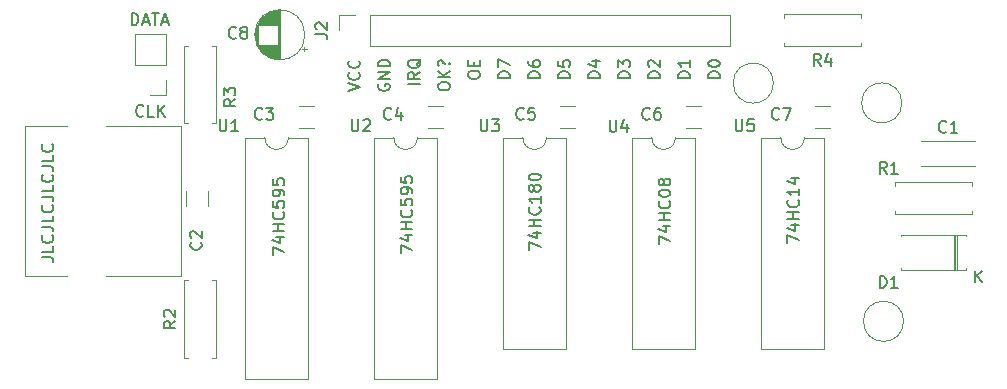
<source format=gto>
G04 #@! TF.GenerationSoftware,KiCad,Pcbnew,(5.1.10-1-10_14)*
G04 #@! TF.CreationDate,2021-08-04T23:21:23+02:00*
G04 #@! TF.ProjectId,keyboard,6b657962-6f61-4726-942e-6b696361645f,rev?*
G04 #@! TF.SameCoordinates,Original*
G04 #@! TF.FileFunction,Legend,Top*
G04 #@! TF.FilePolarity,Positive*
%FSLAX46Y46*%
G04 Gerber Fmt 4.6, Leading zero omitted, Abs format (unit mm)*
G04 Created by KiCad (PCBNEW (5.1.10-1-10_14)) date 2021-08-04 23:21:23*
%MOMM*%
%LPD*%
G01*
G04 APERTURE LIST*
%ADD10C,0.150000*%
%ADD11C,0.120000*%
%ADD12C,0.100000*%
%ADD13C,3.000000*%
%ADD14O,1.700000X1.700000*%
%ADD15R,1.700000X1.700000*%
%ADD16R,3.200400X2.169160*%
%ADD17R,1.998980X3.200400*%
%ADD18C,1.700000*%
%ADD19O,1.600000X1.600000*%
%ADD20R,1.600000X1.600000*%
%ADD21C,6.400000*%
%ADD22C,1.200000*%
%ADD23R,1.200000X1.200000*%
%ADD24C,1.600000*%
%ADD25O,2.200000X2.200000*%
%ADD26R,2.200000X2.200000*%
G04 APERTURE END LIST*
D10*
X77125580Y-81708047D02*
X77839866Y-81708047D01*
X77982723Y-81755666D01*
X78077961Y-81850904D01*
X78125580Y-81993761D01*
X78125580Y-82089000D01*
X78125580Y-80755666D02*
X78125580Y-81231857D01*
X77125580Y-81231857D01*
X78030342Y-79850904D02*
X78077961Y-79898523D01*
X78125580Y-80041380D01*
X78125580Y-80136619D01*
X78077961Y-80279476D01*
X77982723Y-80374714D01*
X77887485Y-80422333D01*
X77697009Y-80469952D01*
X77554152Y-80469952D01*
X77363676Y-80422333D01*
X77268438Y-80374714D01*
X77173200Y-80279476D01*
X77125580Y-80136619D01*
X77125580Y-80041380D01*
X77173200Y-79898523D01*
X77220819Y-79850904D01*
X77125580Y-79136619D02*
X77839866Y-79136619D01*
X77982723Y-79184238D01*
X78077961Y-79279476D01*
X78125580Y-79422333D01*
X78125580Y-79517571D01*
X78125580Y-78184238D02*
X78125580Y-78660428D01*
X77125580Y-78660428D01*
X78030342Y-77279476D02*
X78077961Y-77327095D01*
X78125580Y-77469952D01*
X78125580Y-77565190D01*
X78077961Y-77708047D01*
X77982723Y-77803285D01*
X77887485Y-77850904D01*
X77697009Y-77898523D01*
X77554152Y-77898523D01*
X77363676Y-77850904D01*
X77268438Y-77803285D01*
X77173200Y-77708047D01*
X77125580Y-77565190D01*
X77125580Y-77469952D01*
X77173200Y-77327095D01*
X77220819Y-77279476D01*
X77125580Y-76565190D02*
X77839866Y-76565190D01*
X77982723Y-76612809D01*
X78077961Y-76708047D01*
X78125580Y-76850904D01*
X78125580Y-76946142D01*
X78125580Y-75612809D02*
X78125580Y-76089000D01*
X77125580Y-76089000D01*
X78030342Y-74708047D02*
X78077961Y-74755666D01*
X78125580Y-74898523D01*
X78125580Y-74993761D01*
X78077961Y-75136619D01*
X77982723Y-75231857D01*
X77887485Y-75279476D01*
X77697009Y-75327095D01*
X77554152Y-75327095D01*
X77363676Y-75279476D01*
X77268438Y-75231857D01*
X77173200Y-75136619D01*
X77125580Y-74993761D01*
X77125580Y-74898523D01*
X77173200Y-74755666D01*
X77220819Y-74708047D01*
X77125580Y-73993761D02*
X77839866Y-73993761D01*
X77982723Y-74041380D01*
X78077961Y-74136619D01*
X78125580Y-74279476D01*
X78125580Y-74374714D01*
X78125580Y-73041380D02*
X78125580Y-73517571D01*
X77125580Y-73517571D01*
X78030342Y-72136619D02*
X78077961Y-72184238D01*
X78125580Y-72327095D01*
X78125580Y-72422333D01*
X78077961Y-72565190D01*
X77982723Y-72660428D01*
X77887485Y-72708047D01*
X77697009Y-72755666D01*
X77554152Y-72755666D01*
X77363676Y-72708047D01*
X77268438Y-72660428D01*
X77173200Y-72565190D01*
X77125580Y-72422333D01*
X77125580Y-72327095D01*
X77173200Y-72184238D01*
X77220819Y-72136619D01*
X85739361Y-69699142D02*
X85691742Y-69746761D01*
X85548885Y-69794380D01*
X85453647Y-69794380D01*
X85310790Y-69746761D01*
X85215552Y-69651523D01*
X85167933Y-69556285D01*
X85120314Y-69365809D01*
X85120314Y-69222952D01*
X85167933Y-69032476D01*
X85215552Y-68937238D01*
X85310790Y-68842000D01*
X85453647Y-68794380D01*
X85548885Y-68794380D01*
X85691742Y-68842000D01*
X85739361Y-68889619D01*
X86644123Y-69794380D02*
X86167933Y-69794380D01*
X86167933Y-68794380D01*
X86977457Y-69794380D02*
X86977457Y-68794380D01*
X87548885Y-69794380D02*
X87120314Y-69222952D01*
X87548885Y-68794380D02*
X86977457Y-69365809D01*
X84758400Y-62047380D02*
X84758400Y-61047380D01*
X84996495Y-61047380D01*
X85139352Y-61095000D01*
X85234590Y-61190238D01*
X85282209Y-61285476D01*
X85329828Y-61475952D01*
X85329828Y-61618809D01*
X85282209Y-61809285D01*
X85234590Y-61904523D01*
X85139352Y-61999761D01*
X84996495Y-62047380D01*
X84758400Y-62047380D01*
X85710780Y-61761666D02*
X86186971Y-61761666D01*
X85615542Y-62047380D02*
X85948876Y-61047380D01*
X86282209Y-62047380D01*
X86472685Y-61047380D02*
X87044114Y-61047380D01*
X86758400Y-62047380D02*
X86758400Y-61047380D01*
X87329828Y-61761666D02*
X87806019Y-61761666D01*
X87234590Y-62047380D02*
X87567923Y-61047380D01*
X87901257Y-62047380D01*
X134564380Y-66524095D02*
X133564380Y-66524095D01*
X133564380Y-66286000D01*
X133612000Y-66143142D01*
X133707238Y-66047904D01*
X133802476Y-66000285D01*
X133992952Y-65952666D01*
X134135809Y-65952666D01*
X134326285Y-66000285D01*
X134421523Y-66047904D01*
X134516761Y-66143142D01*
X134564380Y-66286000D01*
X134564380Y-66524095D01*
X133564380Y-65333619D02*
X133564380Y-65238380D01*
X133612000Y-65143142D01*
X133659619Y-65095523D01*
X133754857Y-65047904D01*
X133945333Y-65000285D01*
X134183428Y-65000285D01*
X134373904Y-65047904D01*
X134469142Y-65095523D01*
X134516761Y-65143142D01*
X134564380Y-65238380D01*
X134564380Y-65333619D01*
X134516761Y-65428857D01*
X134469142Y-65476476D01*
X134373904Y-65524095D01*
X134183428Y-65571714D01*
X133945333Y-65571714D01*
X133754857Y-65524095D01*
X133659619Y-65476476D01*
X133612000Y-65428857D01*
X133564380Y-65333619D01*
X132024380Y-66524095D02*
X131024380Y-66524095D01*
X131024380Y-66286000D01*
X131072000Y-66143142D01*
X131167238Y-66047904D01*
X131262476Y-66000285D01*
X131452952Y-65952666D01*
X131595809Y-65952666D01*
X131786285Y-66000285D01*
X131881523Y-66047904D01*
X131976761Y-66143142D01*
X132024380Y-66286000D01*
X132024380Y-66524095D01*
X132024380Y-65000285D02*
X132024380Y-65571714D01*
X132024380Y-65286000D02*
X131024380Y-65286000D01*
X131167238Y-65381238D01*
X131262476Y-65476476D01*
X131310095Y-65571714D01*
X129484380Y-66524095D02*
X128484380Y-66524095D01*
X128484380Y-66286000D01*
X128532000Y-66143142D01*
X128627238Y-66047904D01*
X128722476Y-66000285D01*
X128912952Y-65952666D01*
X129055809Y-65952666D01*
X129246285Y-66000285D01*
X129341523Y-66047904D01*
X129436761Y-66143142D01*
X129484380Y-66286000D01*
X129484380Y-66524095D01*
X128579619Y-65571714D02*
X128532000Y-65524095D01*
X128484380Y-65428857D01*
X128484380Y-65190761D01*
X128532000Y-65095523D01*
X128579619Y-65047904D01*
X128674857Y-65000285D01*
X128770095Y-65000285D01*
X128912952Y-65047904D01*
X129484380Y-65619333D01*
X129484380Y-65000285D01*
X126944380Y-66524095D02*
X125944380Y-66524095D01*
X125944380Y-66286000D01*
X125992000Y-66143142D01*
X126087238Y-66047904D01*
X126182476Y-66000285D01*
X126372952Y-65952666D01*
X126515809Y-65952666D01*
X126706285Y-66000285D01*
X126801523Y-66047904D01*
X126896761Y-66143142D01*
X126944380Y-66286000D01*
X126944380Y-66524095D01*
X125944380Y-65619333D02*
X125944380Y-65000285D01*
X126325333Y-65333619D01*
X126325333Y-65190761D01*
X126372952Y-65095523D01*
X126420571Y-65047904D01*
X126515809Y-65000285D01*
X126753904Y-65000285D01*
X126849142Y-65047904D01*
X126896761Y-65095523D01*
X126944380Y-65190761D01*
X126944380Y-65476476D01*
X126896761Y-65571714D01*
X126849142Y-65619333D01*
X124404380Y-66524095D02*
X123404380Y-66524095D01*
X123404380Y-66286000D01*
X123452000Y-66143142D01*
X123547238Y-66047904D01*
X123642476Y-66000285D01*
X123832952Y-65952666D01*
X123975809Y-65952666D01*
X124166285Y-66000285D01*
X124261523Y-66047904D01*
X124356761Y-66143142D01*
X124404380Y-66286000D01*
X124404380Y-66524095D01*
X123737714Y-65095523D02*
X124404380Y-65095523D01*
X123356761Y-65333619D02*
X124071047Y-65571714D01*
X124071047Y-64952666D01*
X121864380Y-66524095D02*
X120864380Y-66524095D01*
X120864380Y-66286000D01*
X120912000Y-66143142D01*
X121007238Y-66047904D01*
X121102476Y-66000285D01*
X121292952Y-65952666D01*
X121435809Y-65952666D01*
X121626285Y-66000285D01*
X121721523Y-66047904D01*
X121816761Y-66143142D01*
X121864380Y-66286000D01*
X121864380Y-66524095D01*
X120864380Y-65047904D02*
X120864380Y-65524095D01*
X121340571Y-65571714D01*
X121292952Y-65524095D01*
X121245333Y-65428857D01*
X121245333Y-65190761D01*
X121292952Y-65095523D01*
X121340571Y-65047904D01*
X121435809Y-65000285D01*
X121673904Y-65000285D01*
X121769142Y-65047904D01*
X121816761Y-65095523D01*
X121864380Y-65190761D01*
X121864380Y-65428857D01*
X121816761Y-65524095D01*
X121769142Y-65571714D01*
X119324380Y-66524095D02*
X118324380Y-66524095D01*
X118324380Y-66286000D01*
X118372000Y-66143142D01*
X118467238Y-66047904D01*
X118562476Y-66000285D01*
X118752952Y-65952666D01*
X118895809Y-65952666D01*
X119086285Y-66000285D01*
X119181523Y-66047904D01*
X119276761Y-66143142D01*
X119324380Y-66286000D01*
X119324380Y-66524095D01*
X118324380Y-65095523D02*
X118324380Y-65286000D01*
X118372000Y-65381238D01*
X118419619Y-65428857D01*
X118562476Y-65524095D01*
X118752952Y-65571714D01*
X119133904Y-65571714D01*
X119229142Y-65524095D01*
X119276761Y-65476476D01*
X119324380Y-65381238D01*
X119324380Y-65190761D01*
X119276761Y-65095523D01*
X119229142Y-65047904D01*
X119133904Y-65000285D01*
X118895809Y-65000285D01*
X118800571Y-65047904D01*
X118752952Y-65095523D01*
X118705333Y-65190761D01*
X118705333Y-65381238D01*
X118752952Y-65476476D01*
X118800571Y-65524095D01*
X118895809Y-65571714D01*
X116784380Y-66524095D02*
X115784380Y-66524095D01*
X115784380Y-66286000D01*
X115832000Y-66143142D01*
X115927238Y-66047904D01*
X116022476Y-66000285D01*
X116212952Y-65952666D01*
X116355809Y-65952666D01*
X116546285Y-66000285D01*
X116641523Y-66047904D01*
X116736761Y-66143142D01*
X116784380Y-66286000D01*
X116784380Y-66524095D01*
X115784380Y-65619333D02*
X115784380Y-64952666D01*
X116784380Y-65381238D01*
X113244380Y-66333619D02*
X113244380Y-66143142D01*
X113292000Y-66047904D01*
X113387238Y-65952666D01*
X113577714Y-65905047D01*
X113911047Y-65905047D01*
X114101523Y-65952666D01*
X114196761Y-66047904D01*
X114244380Y-66143142D01*
X114244380Y-66333619D01*
X114196761Y-66428857D01*
X114101523Y-66524095D01*
X113911047Y-66571714D01*
X113577714Y-66571714D01*
X113387238Y-66524095D01*
X113292000Y-66428857D01*
X113244380Y-66333619D01*
X113720571Y-65476476D02*
X113720571Y-65143142D01*
X114244380Y-65000285D02*
X114244380Y-65476476D01*
X113244380Y-65476476D01*
X113244380Y-65000285D01*
X110704380Y-67317809D02*
X110704380Y-67127333D01*
X110752000Y-67032095D01*
X110847238Y-66936857D01*
X111037714Y-66889238D01*
X111371047Y-66889238D01*
X111561523Y-66936857D01*
X111656761Y-67032095D01*
X111704380Y-67127333D01*
X111704380Y-67317809D01*
X111656761Y-67413047D01*
X111561523Y-67508285D01*
X111371047Y-67555904D01*
X111037714Y-67555904D01*
X110847238Y-67508285D01*
X110752000Y-67413047D01*
X110704380Y-67317809D01*
X111704380Y-66460666D02*
X110704380Y-66460666D01*
X111704380Y-65889238D02*
X111132952Y-66317809D01*
X110704380Y-65889238D02*
X111275809Y-66460666D01*
X111609142Y-65317809D02*
X111656761Y-65270190D01*
X111704380Y-65317809D01*
X111656761Y-65365428D01*
X111609142Y-65317809D01*
X111704380Y-65317809D01*
X110752000Y-65508285D02*
X110704380Y-65413047D01*
X110704380Y-65174952D01*
X110752000Y-65079714D01*
X110847238Y-65032095D01*
X110942476Y-65032095D01*
X111037714Y-65079714D01*
X111085333Y-65127333D01*
X111132952Y-65222571D01*
X111180571Y-65270190D01*
X111275809Y-65317809D01*
X111323428Y-65317809D01*
X109164380Y-67063809D02*
X108164380Y-67063809D01*
X109164380Y-66016190D02*
X108688190Y-66349523D01*
X109164380Y-66587619D02*
X108164380Y-66587619D01*
X108164380Y-66206666D01*
X108212000Y-66111428D01*
X108259619Y-66063809D01*
X108354857Y-66016190D01*
X108497714Y-66016190D01*
X108592952Y-66063809D01*
X108640571Y-66111428D01*
X108688190Y-66206666D01*
X108688190Y-66587619D01*
X109259619Y-64920952D02*
X109212000Y-65016190D01*
X109116761Y-65111428D01*
X108973904Y-65254285D01*
X108926285Y-65349523D01*
X108926285Y-65444761D01*
X109164380Y-65397142D02*
X109116761Y-65492380D01*
X109021523Y-65587619D01*
X108831047Y-65635238D01*
X108497714Y-65635238D01*
X108307238Y-65587619D01*
X108212000Y-65492380D01*
X108164380Y-65397142D01*
X108164380Y-65206666D01*
X108212000Y-65111428D01*
X108307238Y-65016190D01*
X108497714Y-64968571D01*
X108831047Y-64968571D01*
X109021523Y-65016190D01*
X109116761Y-65111428D01*
X109164380Y-65206666D01*
X109164380Y-65397142D01*
X105672000Y-67055904D02*
X105624380Y-67151142D01*
X105624380Y-67294000D01*
X105672000Y-67436857D01*
X105767238Y-67532095D01*
X105862476Y-67579714D01*
X106052952Y-67627333D01*
X106195809Y-67627333D01*
X106386285Y-67579714D01*
X106481523Y-67532095D01*
X106576761Y-67436857D01*
X106624380Y-67294000D01*
X106624380Y-67198761D01*
X106576761Y-67055904D01*
X106529142Y-67008285D01*
X106195809Y-67008285D01*
X106195809Y-67198761D01*
X106624380Y-66579714D02*
X105624380Y-66579714D01*
X106624380Y-66008285D01*
X105624380Y-66008285D01*
X106624380Y-65532095D02*
X105624380Y-65532095D01*
X105624380Y-65294000D01*
X105672000Y-65151142D01*
X105767238Y-65055904D01*
X105862476Y-65008285D01*
X106052952Y-64960666D01*
X106195809Y-64960666D01*
X106386285Y-65008285D01*
X106481523Y-65055904D01*
X106576761Y-65151142D01*
X106624380Y-65294000D01*
X106624380Y-65532095D01*
X103084380Y-67627333D02*
X104084380Y-67294000D01*
X103084380Y-66960666D01*
X103989142Y-66055904D02*
X104036761Y-66103523D01*
X104084380Y-66246380D01*
X104084380Y-66341619D01*
X104036761Y-66484476D01*
X103941523Y-66579714D01*
X103846285Y-66627333D01*
X103655809Y-66674952D01*
X103512952Y-66674952D01*
X103322476Y-66627333D01*
X103227238Y-66579714D01*
X103132000Y-66484476D01*
X103084380Y-66341619D01*
X103084380Y-66246380D01*
X103132000Y-66103523D01*
X103179619Y-66055904D01*
X103989142Y-65055904D02*
X104036761Y-65103523D01*
X104084380Y-65246380D01*
X104084380Y-65341619D01*
X104036761Y-65484476D01*
X103941523Y-65579714D01*
X103846285Y-65627333D01*
X103655809Y-65674952D01*
X103512952Y-65674952D01*
X103322476Y-65627333D01*
X103227238Y-65579714D01*
X103132000Y-65484476D01*
X103084380Y-65341619D01*
X103084380Y-65246380D01*
X103132000Y-65103523D01*
X103179619Y-65055904D01*
X140269980Y-80458914D02*
X140269980Y-79792247D01*
X141269980Y-80220819D01*
X140603314Y-78982723D02*
X141269980Y-78982723D01*
X140222361Y-79220819D02*
X140936647Y-79458914D01*
X140936647Y-78839866D01*
X141269980Y-78458914D02*
X140269980Y-78458914D01*
X140746171Y-78458914D02*
X140746171Y-77887485D01*
X141269980Y-77887485D02*
X140269980Y-77887485D01*
X141174742Y-76839866D02*
X141222361Y-76887485D01*
X141269980Y-77030342D01*
X141269980Y-77125580D01*
X141222361Y-77268438D01*
X141127123Y-77363676D01*
X141031885Y-77411295D01*
X140841409Y-77458914D01*
X140698552Y-77458914D01*
X140508076Y-77411295D01*
X140412838Y-77363676D01*
X140317600Y-77268438D01*
X140269980Y-77125580D01*
X140269980Y-77030342D01*
X140317600Y-76887485D01*
X140365219Y-76839866D01*
X141269980Y-75887485D02*
X141269980Y-76458914D01*
X141269980Y-76173200D02*
X140269980Y-76173200D01*
X140412838Y-76268438D01*
X140508076Y-76363676D01*
X140555695Y-76458914D01*
X140603314Y-75030342D02*
X141269980Y-75030342D01*
X140222361Y-75268438D02*
X140936647Y-75506533D01*
X140936647Y-74887485D01*
X129373380Y-80560514D02*
X129373380Y-79893847D01*
X130373380Y-80322419D01*
X129706714Y-79084323D02*
X130373380Y-79084323D01*
X129325761Y-79322419D02*
X130040047Y-79560514D01*
X130040047Y-78941466D01*
X130373380Y-78560514D02*
X129373380Y-78560514D01*
X129849571Y-78560514D02*
X129849571Y-77989085D01*
X130373380Y-77989085D02*
X129373380Y-77989085D01*
X130278142Y-76941466D02*
X130325761Y-76989085D01*
X130373380Y-77131942D01*
X130373380Y-77227180D01*
X130325761Y-77370038D01*
X130230523Y-77465276D01*
X130135285Y-77512895D01*
X129944809Y-77560514D01*
X129801952Y-77560514D01*
X129611476Y-77512895D01*
X129516238Y-77465276D01*
X129421000Y-77370038D01*
X129373380Y-77227180D01*
X129373380Y-77131942D01*
X129421000Y-76989085D01*
X129468619Y-76941466D01*
X129373380Y-76322419D02*
X129373380Y-76227180D01*
X129421000Y-76131942D01*
X129468619Y-76084323D01*
X129563857Y-76036704D01*
X129754333Y-75989085D01*
X129992428Y-75989085D01*
X130182904Y-76036704D01*
X130278142Y-76084323D01*
X130325761Y-76131942D01*
X130373380Y-76227180D01*
X130373380Y-76322419D01*
X130325761Y-76417657D01*
X130278142Y-76465276D01*
X130182904Y-76512895D01*
X129992428Y-76560514D01*
X129754333Y-76560514D01*
X129563857Y-76512895D01*
X129468619Y-76465276D01*
X129421000Y-76417657D01*
X129373380Y-76322419D01*
X129801952Y-75417657D02*
X129754333Y-75512895D01*
X129706714Y-75560514D01*
X129611476Y-75608133D01*
X129563857Y-75608133D01*
X129468619Y-75560514D01*
X129421000Y-75512895D01*
X129373380Y-75417657D01*
X129373380Y-75227180D01*
X129421000Y-75131942D01*
X129468619Y-75084323D01*
X129563857Y-75036704D01*
X129611476Y-75036704D01*
X129706714Y-75084323D01*
X129754333Y-75131942D01*
X129801952Y-75227180D01*
X129801952Y-75417657D01*
X129849571Y-75512895D01*
X129897190Y-75560514D01*
X129992428Y-75608133D01*
X130182904Y-75608133D01*
X130278142Y-75560514D01*
X130325761Y-75512895D01*
X130373380Y-75417657D01*
X130373380Y-75227180D01*
X130325761Y-75131942D01*
X130278142Y-75084323D01*
X130182904Y-75036704D01*
X129992428Y-75036704D01*
X129897190Y-75084323D01*
X129849571Y-75131942D01*
X129801952Y-75227180D01*
X118375180Y-81087504D02*
X118375180Y-80420838D01*
X119375180Y-80849409D01*
X118708514Y-79611314D02*
X119375180Y-79611314D01*
X118327561Y-79849409D02*
X119041847Y-80087504D01*
X119041847Y-79468457D01*
X119375180Y-79087504D02*
X118375180Y-79087504D01*
X118851371Y-79087504D02*
X118851371Y-78516076D01*
X119375180Y-78516076D02*
X118375180Y-78516076D01*
X119279942Y-77468457D02*
X119327561Y-77516076D01*
X119375180Y-77658933D01*
X119375180Y-77754171D01*
X119327561Y-77897028D01*
X119232323Y-77992266D01*
X119137085Y-78039885D01*
X118946609Y-78087504D01*
X118803752Y-78087504D01*
X118613276Y-78039885D01*
X118518038Y-77992266D01*
X118422800Y-77897028D01*
X118375180Y-77754171D01*
X118375180Y-77658933D01*
X118422800Y-77516076D01*
X118470419Y-77468457D01*
X119375180Y-76516076D02*
X119375180Y-77087504D01*
X119375180Y-76801790D02*
X118375180Y-76801790D01*
X118518038Y-76897028D01*
X118613276Y-76992266D01*
X118660895Y-77087504D01*
X118803752Y-75944647D02*
X118756133Y-76039885D01*
X118708514Y-76087504D01*
X118613276Y-76135123D01*
X118565657Y-76135123D01*
X118470419Y-76087504D01*
X118422800Y-76039885D01*
X118375180Y-75944647D01*
X118375180Y-75754171D01*
X118422800Y-75658933D01*
X118470419Y-75611314D01*
X118565657Y-75563695D01*
X118613276Y-75563695D01*
X118708514Y-75611314D01*
X118756133Y-75658933D01*
X118803752Y-75754171D01*
X118803752Y-75944647D01*
X118851371Y-76039885D01*
X118898990Y-76087504D01*
X118994228Y-76135123D01*
X119184704Y-76135123D01*
X119279942Y-76087504D01*
X119327561Y-76039885D01*
X119375180Y-75944647D01*
X119375180Y-75754171D01*
X119327561Y-75658933D01*
X119279942Y-75611314D01*
X119184704Y-75563695D01*
X118994228Y-75563695D01*
X118898990Y-75611314D01*
X118851371Y-75658933D01*
X118803752Y-75754171D01*
X118375180Y-74944647D02*
X118375180Y-74849409D01*
X118422800Y-74754171D01*
X118470419Y-74706552D01*
X118565657Y-74658933D01*
X118756133Y-74611314D01*
X118994228Y-74611314D01*
X119184704Y-74658933D01*
X119279942Y-74706552D01*
X119327561Y-74754171D01*
X119375180Y-74849409D01*
X119375180Y-74944647D01*
X119327561Y-75039885D01*
X119279942Y-75087504D01*
X119184704Y-75135123D01*
X118994228Y-75182742D01*
X118756133Y-75182742D01*
X118565657Y-75135123D01*
X118470419Y-75087504D01*
X118422800Y-75039885D01*
X118375180Y-74944647D01*
X107529380Y-81316104D02*
X107529380Y-80649438D01*
X108529380Y-81078009D01*
X107862714Y-79839914D02*
X108529380Y-79839914D01*
X107481761Y-80078009D02*
X108196047Y-80316104D01*
X108196047Y-79697057D01*
X108529380Y-79316104D02*
X107529380Y-79316104D01*
X108005571Y-79316104D02*
X108005571Y-78744676D01*
X108529380Y-78744676D02*
X107529380Y-78744676D01*
X108434142Y-77697057D02*
X108481761Y-77744676D01*
X108529380Y-77887533D01*
X108529380Y-77982771D01*
X108481761Y-78125628D01*
X108386523Y-78220866D01*
X108291285Y-78268485D01*
X108100809Y-78316104D01*
X107957952Y-78316104D01*
X107767476Y-78268485D01*
X107672238Y-78220866D01*
X107577000Y-78125628D01*
X107529380Y-77982771D01*
X107529380Y-77887533D01*
X107577000Y-77744676D01*
X107624619Y-77697057D01*
X107529380Y-76792295D02*
X107529380Y-77268485D01*
X108005571Y-77316104D01*
X107957952Y-77268485D01*
X107910333Y-77173247D01*
X107910333Y-76935152D01*
X107957952Y-76839914D01*
X108005571Y-76792295D01*
X108100809Y-76744676D01*
X108338904Y-76744676D01*
X108434142Y-76792295D01*
X108481761Y-76839914D01*
X108529380Y-76935152D01*
X108529380Y-77173247D01*
X108481761Y-77268485D01*
X108434142Y-77316104D01*
X108529380Y-76268485D02*
X108529380Y-76078009D01*
X108481761Y-75982771D01*
X108434142Y-75935152D01*
X108291285Y-75839914D01*
X108100809Y-75792295D01*
X107719857Y-75792295D01*
X107624619Y-75839914D01*
X107577000Y-75887533D01*
X107529380Y-75982771D01*
X107529380Y-76173247D01*
X107577000Y-76268485D01*
X107624619Y-76316104D01*
X107719857Y-76363723D01*
X107957952Y-76363723D01*
X108053190Y-76316104D01*
X108100809Y-76268485D01*
X108148428Y-76173247D01*
X108148428Y-75982771D01*
X108100809Y-75887533D01*
X108053190Y-75839914D01*
X107957952Y-75792295D01*
X107529380Y-74887533D02*
X107529380Y-75363723D01*
X108005571Y-75411342D01*
X107957952Y-75363723D01*
X107910333Y-75268485D01*
X107910333Y-75030390D01*
X107957952Y-74935152D01*
X108005571Y-74887533D01*
X108100809Y-74839914D01*
X108338904Y-74839914D01*
X108434142Y-74887533D01*
X108481761Y-74935152D01*
X108529380Y-75030390D01*
X108529380Y-75268485D01*
X108481761Y-75363723D01*
X108434142Y-75411342D01*
X96683580Y-81493904D02*
X96683580Y-80827238D01*
X97683580Y-81255809D01*
X97016914Y-80017714D02*
X97683580Y-80017714D01*
X96635961Y-80255809D02*
X97350247Y-80493904D01*
X97350247Y-79874857D01*
X97683580Y-79493904D02*
X96683580Y-79493904D01*
X97159771Y-79493904D02*
X97159771Y-78922476D01*
X97683580Y-78922476D02*
X96683580Y-78922476D01*
X97588342Y-77874857D02*
X97635961Y-77922476D01*
X97683580Y-78065333D01*
X97683580Y-78160571D01*
X97635961Y-78303428D01*
X97540723Y-78398666D01*
X97445485Y-78446285D01*
X97255009Y-78493904D01*
X97112152Y-78493904D01*
X96921676Y-78446285D01*
X96826438Y-78398666D01*
X96731200Y-78303428D01*
X96683580Y-78160571D01*
X96683580Y-78065333D01*
X96731200Y-77922476D01*
X96778819Y-77874857D01*
X96683580Y-76970095D02*
X96683580Y-77446285D01*
X97159771Y-77493904D01*
X97112152Y-77446285D01*
X97064533Y-77351047D01*
X97064533Y-77112952D01*
X97112152Y-77017714D01*
X97159771Y-76970095D01*
X97255009Y-76922476D01*
X97493104Y-76922476D01*
X97588342Y-76970095D01*
X97635961Y-77017714D01*
X97683580Y-77112952D01*
X97683580Y-77351047D01*
X97635961Y-77446285D01*
X97588342Y-77493904D01*
X97683580Y-76446285D02*
X97683580Y-76255809D01*
X97635961Y-76160571D01*
X97588342Y-76112952D01*
X97445485Y-76017714D01*
X97255009Y-75970095D01*
X96874057Y-75970095D01*
X96778819Y-76017714D01*
X96731200Y-76065333D01*
X96683580Y-76160571D01*
X96683580Y-76351047D01*
X96731200Y-76446285D01*
X96778819Y-76493904D01*
X96874057Y-76541523D01*
X97112152Y-76541523D01*
X97207390Y-76493904D01*
X97255009Y-76446285D01*
X97302628Y-76351047D01*
X97302628Y-76160571D01*
X97255009Y-76065333D01*
X97207390Y-76017714D01*
X97112152Y-75970095D01*
X96683580Y-75065333D02*
X96683580Y-75541523D01*
X97159771Y-75589142D01*
X97112152Y-75541523D01*
X97064533Y-75446285D01*
X97064533Y-75208190D01*
X97112152Y-75112952D01*
X97159771Y-75065333D01*
X97255009Y-75017714D01*
X97493104Y-75017714D01*
X97588342Y-75065333D01*
X97635961Y-75112952D01*
X97683580Y-75208190D01*
X97683580Y-75446285D01*
X97635961Y-75541523D01*
X97588342Y-75589142D01*
D11*
X139088600Y-66954400D02*
G75*
G03*
X139088600Y-66954400I-1700000J0D01*
G01*
X150112200Y-87122000D02*
G75*
G03*
X150112200Y-87122000I-1700000J0D01*
G01*
X149959800Y-68630800D02*
G75*
G03*
X149959800Y-68630800I-1700000J0D01*
G01*
X87664600Y-62779600D02*
X85004600Y-62779600D01*
X87664600Y-65379600D02*
X87664600Y-62779600D01*
X85004600Y-65379600D02*
X85004600Y-62779600D01*
X87664600Y-65379600D02*
X85004600Y-65379600D01*
X87664600Y-66649600D02*
X87664600Y-67979600D01*
X87664600Y-67979600D02*
X86334600Y-67979600D01*
D12*
X81000600Y-70612000D02*
X88950600Y-70612000D01*
X88950600Y-70612000D02*
X88950600Y-83312000D01*
X88950600Y-83312000D02*
X75690600Y-83312000D01*
X75690600Y-83312000D02*
X75690600Y-70612000D01*
X75690600Y-70612000D02*
X81000600Y-70612000D01*
D11*
X99678000Y-71568000D02*
X98028000Y-71568000D01*
X99678000Y-92008000D02*
X99678000Y-71568000D01*
X94378000Y-92008000D02*
X99678000Y-92008000D01*
X94378000Y-71568000D02*
X94378000Y-92008000D01*
X96028000Y-71568000D02*
X94378000Y-71568000D01*
X98028000Y-71568000D02*
G75*
G02*
X96028000Y-71568000I-1000000J0D01*
G01*
X99418000Y-62865000D02*
G75*
G03*
X99418000Y-62865000I-2120000J0D01*
G01*
X97298000Y-64945000D02*
X97298000Y-60785000D01*
X97258000Y-64945000D02*
X97258000Y-60785000D01*
X97218000Y-64944000D02*
X97218000Y-60786000D01*
X97178000Y-64942000D02*
X97178000Y-60788000D01*
X97138000Y-64939000D02*
X97138000Y-60791000D01*
X97098000Y-64936000D02*
X97098000Y-63705000D01*
X97098000Y-62025000D02*
X97098000Y-60794000D01*
X97058000Y-64932000D02*
X97058000Y-63705000D01*
X97058000Y-62025000D02*
X97058000Y-60798000D01*
X97018000Y-64927000D02*
X97018000Y-63705000D01*
X97018000Y-62025000D02*
X97018000Y-60803000D01*
X96978000Y-64921000D02*
X96978000Y-63705000D01*
X96978000Y-62025000D02*
X96978000Y-60809000D01*
X96938000Y-64915000D02*
X96938000Y-63705000D01*
X96938000Y-62025000D02*
X96938000Y-60815000D01*
X96898000Y-64907000D02*
X96898000Y-63705000D01*
X96898000Y-62025000D02*
X96898000Y-60823000D01*
X96858000Y-64899000D02*
X96858000Y-63705000D01*
X96858000Y-62025000D02*
X96858000Y-60831000D01*
X96818000Y-64890000D02*
X96818000Y-63705000D01*
X96818000Y-62025000D02*
X96818000Y-60840000D01*
X96778000Y-64881000D02*
X96778000Y-63705000D01*
X96778000Y-62025000D02*
X96778000Y-60849000D01*
X96738000Y-64870000D02*
X96738000Y-63705000D01*
X96738000Y-62025000D02*
X96738000Y-60860000D01*
X96698000Y-64859000D02*
X96698000Y-63705000D01*
X96698000Y-62025000D02*
X96698000Y-60871000D01*
X96658000Y-64847000D02*
X96658000Y-63705000D01*
X96658000Y-62025000D02*
X96658000Y-60883000D01*
X96618000Y-64833000D02*
X96618000Y-63705000D01*
X96618000Y-62025000D02*
X96618000Y-60897000D01*
X96577000Y-64819000D02*
X96577000Y-63705000D01*
X96577000Y-62025000D02*
X96577000Y-60911000D01*
X96537000Y-64805000D02*
X96537000Y-63705000D01*
X96537000Y-62025000D02*
X96537000Y-60925000D01*
X96497000Y-64789000D02*
X96497000Y-63705000D01*
X96497000Y-62025000D02*
X96497000Y-60941000D01*
X96457000Y-64772000D02*
X96457000Y-63705000D01*
X96457000Y-62025000D02*
X96457000Y-60958000D01*
X96417000Y-64754000D02*
X96417000Y-63705000D01*
X96417000Y-62025000D02*
X96417000Y-60976000D01*
X96377000Y-64735000D02*
X96377000Y-63705000D01*
X96377000Y-62025000D02*
X96377000Y-60995000D01*
X96337000Y-64716000D02*
X96337000Y-63705000D01*
X96337000Y-62025000D02*
X96337000Y-61014000D01*
X96297000Y-64695000D02*
X96297000Y-63705000D01*
X96297000Y-62025000D02*
X96297000Y-61035000D01*
X96257000Y-64673000D02*
X96257000Y-63705000D01*
X96257000Y-62025000D02*
X96257000Y-61057000D01*
X96217000Y-64650000D02*
X96217000Y-63705000D01*
X96217000Y-62025000D02*
X96217000Y-61080000D01*
X96177000Y-64625000D02*
X96177000Y-63705000D01*
X96177000Y-62025000D02*
X96177000Y-61105000D01*
X96137000Y-64600000D02*
X96137000Y-63705000D01*
X96137000Y-62025000D02*
X96137000Y-61130000D01*
X96097000Y-64573000D02*
X96097000Y-63705000D01*
X96097000Y-62025000D02*
X96097000Y-61157000D01*
X96057000Y-64545000D02*
X96057000Y-63705000D01*
X96057000Y-62025000D02*
X96057000Y-61185000D01*
X96017000Y-64515000D02*
X96017000Y-63705000D01*
X96017000Y-62025000D02*
X96017000Y-61215000D01*
X95977000Y-64484000D02*
X95977000Y-63705000D01*
X95977000Y-62025000D02*
X95977000Y-61246000D01*
X95937000Y-64452000D02*
X95937000Y-63705000D01*
X95937000Y-62025000D02*
X95937000Y-61278000D01*
X95897000Y-64417000D02*
X95897000Y-63705000D01*
X95897000Y-62025000D02*
X95897000Y-61313000D01*
X95857000Y-64381000D02*
X95857000Y-63705000D01*
X95857000Y-62025000D02*
X95857000Y-61349000D01*
X95817000Y-64343000D02*
X95817000Y-63705000D01*
X95817000Y-62025000D02*
X95817000Y-61387000D01*
X95777000Y-64303000D02*
X95777000Y-63705000D01*
X95777000Y-62025000D02*
X95777000Y-61427000D01*
X95737000Y-64261000D02*
X95737000Y-63705000D01*
X95737000Y-62025000D02*
X95737000Y-61469000D01*
X95697000Y-64216000D02*
X95697000Y-63705000D01*
X95697000Y-62025000D02*
X95697000Y-61514000D01*
X95657000Y-64169000D02*
X95657000Y-63705000D01*
X95657000Y-62025000D02*
X95657000Y-61561000D01*
X95617000Y-64119000D02*
X95617000Y-63705000D01*
X95617000Y-62025000D02*
X95617000Y-61611000D01*
X95577000Y-64065000D02*
X95577000Y-63705000D01*
X95577000Y-62025000D02*
X95577000Y-61665000D01*
X95537000Y-64007000D02*
X95537000Y-63705000D01*
X95537000Y-62025000D02*
X95537000Y-61723000D01*
X95497000Y-63945000D02*
X95497000Y-63705000D01*
X95497000Y-62025000D02*
X95497000Y-61785000D01*
X95457000Y-63878000D02*
X95457000Y-61852000D01*
X95417000Y-63805000D02*
X95417000Y-61925000D01*
X95377000Y-63724000D02*
X95377000Y-62006000D01*
X95337000Y-63633000D02*
X95337000Y-62097000D01*
X95297000Y-63529000D02*
X95297000Y-62201000D01*
X95257000Y-63402000D02*
X95257000Y-62328000D01*
X95217000Y-63235000D02*
X95217000Y-62495000D01*
X99567801Y-64060000D02*
X99167801Y-64060000D01*
X99367801Y-64260000D02*
X99367801Y-63860000D01*
X139716000Y-71568000D02*
X138066000Y-71568000D01*
X138066000Y-71568000D02*
X138066000Y-89468000D01*
X138066000Y-89468000D02*
X143366000Y-89468000D01*
X143366000Y-89468000D02*
X143366000Y-71568000D01*
X143366000Y-71568000D02*
X141716000Y-71568000D01*
X141716000Y-71568000D02*
G75*
G02*
X139716000Y-71568000I-1000000J0D01*
G01*
X151614000Y-71828000D02*
X156154000Y-71828000D01*
X151614000Y-73968000D02*
X156154000Y-73968000D01*
X151614000Y-71828000D02*
X151614000Y-71843000D01*
X151614000Y-73953000D02*
X151614000Y-73968000D01*
X156154000Y-71828000D02*
X156154000Y-71843000D01*
X156154000Y-73953000D02*
X156154000Y-73968000D01*
X139986000Y-61444000D02*
X139986000Y-61114000D01*
X139986000Y-61114000D02*
X146526000Y-61114000D01*
X146526000Y-61114000D02*
X146526000Y-61444000D01*
X139986000Y-63524000D02*
X139986000Y-63854000D01*
X139986000Y-63854000D02*
X146526000Y-63854000D01*
X146526000Y-63854000D02*
X146526000Y-63524000D01*
X91565600Y-63811400D02*
X91895600Y-63811400D01*
X91895600Y-63811400D02*
X91895600Y-70351400D01*
X91895600Y-70351400D02*
X91565600Y-70351400D01*
X89485600Y-63811400D02*
X89155600Y-63811400D01*
X89155600Y-63811400D02*
X89155600Y-70351400D01*
X89155600Y-70351400D02*
X89485600Y-70351400D01*
X91565600Y-83648800D02*
X91895600Y-83648800D01*
X91895600Y-83648800D02*
X91895600Y-90188800D01*
X91895600Y-90188800D02*
X91565600Y-90188800D01*
X89485600Y-83648800D02*
X89155600Y-83648800D01*
X89155600Y-83648800D02*
X89155600Y-90188800D01*
X89155600Y-90188800D02*
X89485600Y-90188800D01*
X149384000Y-75668000D02*
X149384000Y-75338000D01*
X149384000Y-75338000D02*
X155924000Y-75338000D01*
X155924000Y-75338000D02*
X155924000Y-75668000D01*
X149384000Y-77748000D02*
X149384000Y-78078000D01*
X149384000Y-78078000D02*
X155924000Y-78078000D01*
X155924000Y-78078000D02*
X155924000Y-77748000D01*
X155374000Y-82620000D02*
X155374000Y-82750000D01*
X155374000Y-82750000D02*
X149934000Y-82750000D01*
X149934000Y-82750000D02*
X149934000Y-82620000D01*
X155374000Y-79940000D02*
X155374000Y-79810000D01*
X155374000Y-79810000D02*
X149934000Y-79810000D01*
X149934000Y-79810000D02*
X149934000Y-79940000D01*
X154474000Y-82750000D02*
X154474000Y-79810000D01*
X154354000Y-82750000D02*
X154354000Y-79810000D01*
X154594000Y-82750000D02*
X154594000Y-79810000D01*
X142647000Y-68930000D02*
X143905000Y-68930000D01*
X142647000Y-70770000D02*
X143905000Y-70770000D01*
X131685000Y-68930000D02*
X132943000Y-68930000D01*
X131685000Y-70770000D02*
X132943000Y-70770000D01*
X121017000Y-68930000D02*
X122275000Y-68930000D01*
X121017000Y-70770000D02*
X122275000Y-70770000D01*
X109841000Y-68930000D02*
X111099000Y-68930000D01*
X109841000Y-70770000D02*
X111099000Y-70770000D01*
X98919000Y-68930000D02*
X100177000Y-68930000D01*
X98919000Y-70770000D02*
X100177000Y-70770000D01*
X89351600Y-77382400D02*
X89351600Y-76124400D01*
X91191600Y-77382400D02*
X91191600Y-76124400D01*
X132444000Y-71568000D02*
X130794000Y-71568000D01*
X132444000Y-89468000D02*
X132444000Y-71568000D01*
X127144000Y-89468000D02*
X132444000Y-89468000D01*
X127144000Y-71568000D02*
X127144000Y-89468000D01*
X128794000Y-71568000D02*
X127144000Y-71568000D01*
X130794000Y-71568000D02*
G75*
G02*
X128794000Y-71568000I-1000000J0D01*
G01*
X121522000Y-71568000D02*
X119872000Y-71568000D01*
X121522000Y-89468000D02*
X121522000Y-71568000D01*
X116222000Y-89468000D02*
X121522000Y-89468000D01*
X116222000Y-71568000D02*
X116222000Y-89468000D01*
X117872000Y-71568000D02*
X116222000Y-71568000D01*
X119872000Y-71568000D02*
G75*
G02*
X117872000Y-71568000I-1000000J0D01*
G01*
X110600000Y-71568000D02*
X108950000Y-71568000D01*
X110600000Y-92008000D02*
X110600000Y-71568000D01*
X105300000Y-92008000D02*
X110600000Y-92008000D01*
X105300000Y-71568000D02*
X105300000Y-92008000D01*
X106950000Y-71568000D02*
X105300000Y-71568000D01*
X108950000Y-71568000D02*
G75*
G02*
X106950000Y-71568000I-1000000J0D01*
G01*
X102302000Y-62484000D02*
X102302000Y-61154000D01*
X102302000Y-61154000D02*
X103632000Y-61154000D01*
X104902000Y-61154000D02*
X135442000Y-61154000D01*
X135442000Y-63814000D02*
X135442000Y-61154000D01*
X104902000Y-63814000D02*
X135442000Y-63814000D01*
X104902000Y-63814000D02*
X104902000Y-61154000D01*
D10*
X92202095Y-70020380D02*
X92202095Y-70829904D01*
X92249714Y-70925142D01*
X92297333Y-70972761D01*
X92392571Y-71020380D01*
X92583047Y-71020380D01*
X92678285Y-70972761D01*
X92725904Y-70925142D01*
X92773523Y-70829904D01*
X92773523Y-70020380D01*
X93773523Y-71020380D02*
X93202095Y-71020380D01*
X93487809Y-71020380D02*
X93487809Y-70020380D01*
X93392571Y-70163238D01*
X93297333Y-70258476D01*
X93202095Y-70306095D01*
X93584733Y-63095142D02*
X93537114Y-63142761D01*
X93394257Y-63190380D01*
X93299019Y-63190380D01*
X93156161Y-63142761D01*
X93060923Y-63047523D01*
X93013304Y-62952285D01*
X92965685Y-62761809D01*
X92965685Y-62618952D01*
X93013304Y-62428476D01*
X93060923Y-62333238D01*
X93156161Y-62238000D01*
X93299019Y-62190380D01*
X93394257Y-62190380D01*
X93537114Y-62238000D01*
X93584733Y-62285619D01*
X94156161Y-62618952D02*
X94060923Y-62571333D01*
X94013304Y-62523714D01*
X93965685Y-62428476D01*
X93965685Y-62380857D01*
X94013304Y-62285619D01*
X94060923Y-62238000D01*
X94156161Y-62190380D01*
X94346638Y-62190380D01*
X94441876Y-62238000D01*
X94489495Y-62285619D01*
X94537114Y-62380857D01*
X94537114Y-62428476D01*
X94489495Y-62523714D01*
X94441876Y-62571333D01*
X94346638Y-62618952D01*
X94156161Y-62618952D01*
X94060923Y-62666571D01*
X94013304Y-62714190D01*
X93965685Y-62809428D01*
X93965685Y-62999904D01*
X94013304Y-63095142D01*
X94060923Y-63142761D01*
X94156161Y-63190380D01*
X94346638Y-63190380D01*
X94441876Y-63142761D01*
X94489495Y-63095142D01*
X94537114Y-62999904D01*
X94537114Y-62809428D01*
X94489495Y-62714190D01*
X94441876Y-62666571D01*
X94346638Y-62618952D01*
X135890095Y-70020380D02*
X135890095Y-70829904D01*
X135937714Y-70925142D01*
X135985333Y-70972761D01*
X136080571Y-71020380D01*
X136271047Y-71020380D01*
X136366285Y-70972761D01*
X136413904Y-70925142D01*
X136461523Y-70829904D01*
X136461523Y-70020380D01*
X137413904Y-70020380D02*
X136937714Y-70020380D01*
X136890095Y-70496571D01*
X136937714Y-70448952D01*
X137032952Y-70401333D01*
X137271047Y-70401333D01*
X137366285Y-70448952D01*
X137413904Y-70496571D01*
X137461523Y-70591809D01*
X137461523Y-70829904D01*
X137413904Y-70925142D01*
X137366285Y-70972761D01*
X137271047Y-71020380D01*
X137032952Y-71020380D01*
X136937714Y-70972761D01*
X136890095Y-70925142D01*
X153717333Y-71055142D02*
X153669714Y-71102761D01*
X153526857Y-71150380D01*
X153431619Y-71150380D01*
X153288761Y-71102761D01*
X153193523Y-71007523D01*
X153145904Y-70912285D01*
X153098285Y-70721809D01*
X153098285Y-70578952D01*
X153145904Y-70388476D01*
X153193523Y-70293238D01*
X153288761Y-70198000D01*
X153431619Y-70150380D01*
X153526857Y-70150380D01*
X153669714Y-70198000D01*
X153717333Y-70245619D01*
X154669714Y-71150380D02*
X154098285Y-71150380D01*
X154384000Y-71150380D02*
X154384000Y-70150380D01*
X154288761Y-70293238D01*
X154193523Y-70388476D01*
X154098285Y-70436095D01*
X143089333Y-65476380D02*
X142756000Y-65000190D01*
X142517904Y-65476380D02*
X142517904Y-64476380D01*
X142898857Y-64476380D01*
X142994095Y-64524000D01*
X143041714Y-64571619D01*
X143089333Y-64666857D01*
X143089333Y-64809714D01*
X143041714Y-64904952D01*
X142994095Y-64952571D01*
X142898857Y-65000190D01*
X142517904Y-65000190D01*
X143946476Y-64809714D02*
X143946476Y-65476380D01*
X143708380Y-64428761D02*
X143470285Y-65143047D01*
X144089333Y-65143047D01*
X93543380Y-68314866D02*
X93067190Y-68648200D01*
X93543380Y-68886295D02*
X92543380Y-68886295D01*
X92543380Y-68505342D01*
X92591000Y-68410104D01*
X92638619Y-68362485D01*
X92733857Y-68314866D01*
X92876714Y-68314866D01*
X92971952Y-68362485D01*
X93019571Y-68410104D01*
X93067190Y-68505342D01*
X93067190Y-68886295D01*
X92543380Y-67981533D02*
X92543380Y-67362485D01*
X92924333Y-67695819D01*
X92924333Y-67552961D01*
X92971952Y-67457723D01*
X93019571Y-67410104D01*
X93114809Y-67362485D01*
X93352904Y-67362485D01*
X93448142Y-67410104D01*
X93495761Y-67457723D01*
X93543380Y-67552961D01*
X93543380Y-67838676D01*
X93495761Y-67933914D01*
X93448142Y-67981533D01*
X88463380Y-87110866D02*
X87987190Y-87444200D01*
X88463380Y-87682295D02*
X87463380Y-87682295D01*
X87463380Y-87301342D01*
X87511000Y-87206104D01*
X87558619Y-87158485D01*
X87653857Y-87110866D01*
X87796714Y-87110866D01*
X87891952Y-87158485D01*
X87939571Y-87206104D01*
X87987190Y-87301342D01*
X87987190Y-87682295D01*
X87558619Y-86729914D02*
X87511000Y-86682295D01*
X87463380Y-86587057D01*
X87463380Y-86348961D01*
X87511000Y-86253723D01*
X87558619Y-86206104D01*
X87653857Y-86158485D01*
X87749095Y-86158485D01*
X87891952Y-86206104D01*
X88463380Y-86777533D01*
X88463380Y-86158485D01*
X148677333Y-74620380D02*
X148344000Y-74144190D01*
X148105904Y-74620380D02*
X148105904Y-73620380D01*
X148486857Y-73620380D01*
X148582095Y-73668000D01*
X148629714Y-73715619D01*
X148677333Y-73810857D01*
X148677333Y-73953714D01*
X148629714Y-74048952D01*
X148582095Y-74096571D01*
X148486857Y-74144190D01*
X148105904Y-74144190D01*
X149629714Y-74620380D02*
X149058285Y-74620380D01*
X149344000Y-74620380D02*
X149344000Y-73620380D01*
X149248761Y-73763238D01*
X149153523Y-73858476D01*
X149058285Y-73906095D01*
X148105904Y-84272380D02*
X148105904Y-83272380D01*
X148344000Y-83272380D01*
X148486857Y-83320000D01*
X148582095Y-83415238D01*
X148629714Y-83510476D01*
X148677333Y-83700952D01*
X148677333Y-83843809D01*
X148629714Y-84034285D01*
X148582095Y-84129523D01*
X148486857Y-84224761D01*
X148344000Y-84272380D01*
X148105904Y-84272380D01*
X149629714Y-84272380D02*
X149058285Y-84272380D01*
X149344000Y-84272380D02*
X149344000Y-83272380D01*
X149248761Y-83415238D01*
X149153523Y-83510476D01*
X149058285Y-83558095D01*
X156202095Y-83832380D02*
X156202095Y-82832380D01*
X156773523Y-83832380D02*
X156344952Y-83260952D01*
X156773523Y-82832380D02*
X156202095Y-83403809D01*
X139573333Y-69953142D02*
X139525714Y-70000761D01*
X139382857Y-70048380D01*
X139287619Y-70048380D01*
X139144761Y-70000761D01*
X139049523Y-69905523D01*
X139001904Y-69810285D01*
X138954285Y-69619809D01*
X138954285Y-69476952D01*
X139001904Y-69286476D01*
X139049523Y-69191238D01*
X139144761Y-69096000D01*
X139287619Y-69048380D01*
X139382857Y-69048380D01*
X139525714Y-69096000D01*
X139573333Y-69143619D01*
X139906666Y-69048380D02*
X140573333Y-69048380D01*
X140144761Y-70048380D01*
X128611333Y-69953142D02*
X128563714Y-70000761D01*
X128420857Y-70048380D01*
X128325619Y-70048380D01*
X128182761Y-70000761D01*
X128087523Y-69905523D01*
X128039904Y-69810285D01*
X127992285Y-69619809D01*
X127992285Y-69476952D01*
X128039904Y-69286476D01*
X128087523Y-69191238D01*
X128182761Y-69096000D01*
X128325619Y-69048380D01*
X128420857Y-69048380D01*
X128563714Y-69096000D01*
X128611333Y-69143619D01*
X129468476Y-69048380D02*
X129278000Y-69048380D01*
X129182761Y-69096000D01*
X129135142Y-69143619D01*
X129039904Y-69286476D01*
X128992285Y-69476952D01*
X128992285Y-69857904D01*
X129039904Y-69953142D01*
X129087523Y-70000761D01*
X129182761Y-70048380D01*
X129373238Y-70048380D01*
X129468476Y-70000761D01*
X129516095Y-69953142D01*
X129563714Y-69857904D01*
X129563714Y-69619809D01*
X129516095Y-69524571D01*
X129468476Y-69476952D01*
X129373238Y-69429333D01*
X129182761Y-69429333D01*
X129087523Y-69476952D01*
X129039904Y-69524571D01*
X128992285Y-69619809D01*
X117943333Y-69953142D02*
X117895714Y-70000761D01*
X117752857Y-70048380D01*
X117657619Y-70048380D01*
X117514761Y-70000761D01*
X117419523Y-69905523D01*
X117371904Y-69810285D01*
X117324285Y-69619809D01*
X117324285Y-69476952D01*
X117371904Y-69286476D01*
X117419523Y-69191238D01*
X117514761Y-69096000D01*
X117657619Y-69048380D01*
X117752857Y-69048380D01*
X117895714Y-69096000D01*
X117943333Y-69143619D01*
X118848095Y-69048380D02*
X118371904Y-69048380D01*
X118324285Y-69524571D01*
X118371904Y-69476952D01*
X118467142Y-69429333D01*
X118705238Y-69429333D01*
X118800476Y-69476952D01*
X118848095Y-69524571D01*
X118895714Y-69619809D01*
X118895714Y-69857904D01*
X118848095Y-69953142D01*
X118800476Y-70000761D01*
X118705238Y-70048380D01*
X118467142Y-70048380D01*
X118371904Y-70000761D01*
X118324285Y-69953142D01*
X106727333Y-69953142D02*
X106679714Y-70000761D01*
X106536857Y-70048380D01*
X106441619Y-70048380D01*
X106298761Y-70000761D01*
X106203523Y-69905523D01*
X106155904Y-69810285D01*
X106108285Y-69619809D01*
X106108285Y-69476952D01*
X106155904Y-69286476D01*
X106203523Y-69191238D01*
X106298761Y-69096000D01*
X106441619Y-69048380D01*
X106536857Y-69048380D01*
X106679714Y-69096000D01*
X106727333Y-69143619D01*
X107584476Y-69381714D02*
X107584476Y-70048380D01*
X107346380Y-69000761D02*
X107108285Y-69715047D01*
X107727333Y-69715047D01*
X95805333Y-69953142D02*
X95757714Y-70000761D01*
X95614857Y-70048380D01*
X95519619Y-70048380D01*
X95376761Y-70000761D01*
X95281523Y-69905523D01*
X95233904Y-69810285D01*
X95186285Y-69619809D01*
X95186285Y-69476952D01*
X95233904Y-69286476D01*
X95281523Y-69191238D01*
X95376761Y-69096000D01*
X95519619Y-69048380D01*
X95614857Y-69048380D01*
X95757714Y-69096000D01*
X95805333Y-69143619D01*
X96138666Y-69048380D02*
X96757714Y-69048380D01*
X96424380Y-69429333D01*
X96567238Y-69429333D01*
X96662476Y-69476952D01*
X96710095Y-69524571D01*
X96757714Y-69619809D01*
X96757714Y-69857904D01*
X96710095Y-69953142D01*
X96662476Y-70000761D01*
X96567238Y-70048380D01*
X96281523Y-70048380D01*
X96186285Y-70000761D01*
X96138666Y-69953142D01*
X90603342Y-80430666D02*
X90650961Y-80478285D01*
X90698580Y-80621142D01*
X90698580Y-80716380D01*
X90650961Y-80859238D01*
X90555723Y-80954476D01*
X90460485Y-81002095D01*
X90270009Y-81049714D01*
X90127152Y-81049714D01*
X89936676Y-81002095D01*
X89841438Y-80954476D01*
X89746200Y-80859238D01*
X89698580Y-80716380D01*
X89698580Y-80621142D01*
X89746200Y-80478285D01*
X89793819Y-80430666D01*
X89793819Y-80049714D02*
X89746200Y-80002095D01*
X89698580Y-79906857D01*
X89698580Y-79668761D01*
X89746200Y-79573523D01*
X89793819Y-79525904D01*
X89889057Y-79478285D01*
X89984295Y-79478285D01*
X90127152Y-79525904D01*
X90698580Y-80097333D01*
X90698580Y-79478285D01*
X125222095Y-70064380D02*
X125222095Y-70873904D01*
X125269714Y-70969142D01*
X125317333Y-71016761D01*
X125412571Y-71064380D01*
X125603047Y-71064380D01*
X125698285Y-71016761D01*
X125745904Y-70969142D01*
X125793523Y-70873904D01*
X125793523Y-70064380D01*
X126698285Y-70397714D02*
X126698285Y-71064380D01*
X126460190Y-70016761D02*
X126222095Y-70731047D01*
X126841142Y-70731047D01*
X114300095Y-70020380D02*
X114300095Y-70829904D01*
X114347714Y-70925142D01*
X114395333Y-70972761D01*
X114490571Y-71020380D01*
X114681047Y-71020380D01*
X114776285Y-70972761D01*
X114823904Y-70925142D01*
X114871523Y-70829904D01*
X114871523Y-70020380D01*
X115252476Y-70020380D02*
X115871523Y-70020380D01*
X115538190Y-70401333D01*
X115681047Y-70401333D01*
X115776285Y-70448952D01*
X115823904Y-70496571D01*
X115871523Y-70591809D01*
X115871523Y-70829904D01*
X115823904Y-70925142D01*
X115776285Y-70972761D01*
X115681047Y-71020380D01*
X115395333Y-71020380D01*
X115300095Y-70972761D01*
X115252476Y-70925142D01*
X103378095Y-70020380D02*
X103378095Y-70829904D01*
X103425714Y-70925142D01*
X103473333Y-70972761D01*
X103568571Y-71020380D01*
X103759047Y-71020380D01*
X103854285Y-70972761D01*
X103901904Y-70925142D01*
X103949523Y-70829904D01*
X103949523Y-70020380D01*
X104378095Y-70115619D02*
X104425714Y-70068000D01*
X104520952Y-70020380D01*
X104759047Y-70020380D01*
X104854285Y-70068000D01*
X104901904Y-70115619D01*
X104949523Y-70210857D01*
X104949523Y-70306095D01*
X104901904Y-70448952D01*
X104330476Y-71020380D01*
X104949523Y-71020380D01*
X100314380Y-62817333D02*
X101028666Y-62817333D01*
X101171523Y-62864952D01*
X101266761Y-62960190D01*
X101314380Y-63103047D01*
X101314380Y-63198285D01*
X100409619Y-62388761D02*
X100362000Y-62341142D01*
X100314380Y-62245904D01*
X100314380Y-62007809D01*
X100362000Y-61912571D01*
X100409619Y-61864952D01*
X100504857Y-61817333D01*
X100600095Y-61817333D01*
X100742952Y-61864952D01*
X101314380Y-62436380D01*
X101314380Y-61817333D01*
%LPC*%
D13*
X137388600Y-66954400D03*
X148412200Y-87122000D03*
X148259800Y-68630800D03*
D14*
X86334600Y-64109600D03*
D15*
X86334600Y-66649600D03*
D16*
X81000600Y-69977000D03*
X81000600Y-83947000D03*
D17*
X80416400Y-76962000D03*
D18*
X84540600Y-80137000D03*
X84540600Y-73787000D03*
X87080600Y-73787000D03*
X87080600Y-80137000D03*
X84540600Y-78105000D03*
X84540600Y-75946000D03*
D19*
X100838000Y-72898000D03*
X93218000Y-90678000D03*
X100838000Y-75438000D03*
X93218000Y-88138000D03*
X100838000Y-77978000D03*
X93218000Y-85598000D03*
X100838000Y-80518000D03*
X93218000Y-83058000D03*
X100838000Y-83058000D03*
X93218000Y-80518000D03*
X100838000Y-85598000D03*
X93218000Y-77978000D03*
X100838000Y-88138000D03*
X93218000Y-75438000D03*
X100838000Y-90678000D03*
D20*
X93218000Y-72898000D03*
D21*
X154686000Y-89916000D03*
X154686000Y-64262000D03*
X80010000Y-89916000D03*
X80010000Y-64262000D03*
D22*
X96298000Y-62865000D03*
D23*
X98298000Y-62865000D03*
D19*
X144526000Y-72898000D03*
X136906000Y-88138000D03*
X144526000Y-75438000D03*
X136906000Y-85598000D03*
X144526000Y-77978000D03*
X136906000Y-83058000D03*
X144526000Y-80518000D03*
X136906000Y-80518000D03*
X144526000Y-83058000D03*
X136906000Y-77978000D03*
X144526000Y-85598000D03*
X136906000Y-75438000D03*
X144526000Y-88138000D03*
D20*
X136906000Y-72898000D03*
D24*
X156384000Y-72898000D03*
X151384000Y-72898000D03*
D19*
X147066000Y-62484000D03*
D24*
X139446000Y-62484000D03*
D19*
X90525600Y-70891400D03*
D24*
X90525600Y-63271400D03*
D19*
X90525600Y-90728800D03*
D24*
X90525600Y-83108800D03*
D19*
X156464000Y-76708000D03*
D24*
X148844000Y-76708000D03*
D25*
X148844000Y-81280000D03*
D26*
X156464000Y-81280000D03*
D24*
X144526000Y-69850000D03*
X142026000Y-69850000D03*
X133564000Y-69850000D03*
X131064000Y-69850000D03*
X122896000Y-69850000D03*
X120396000Y-69850000D03*
X111720000Y-69850000D03*
X109220000Y-69850000D03*
X100798000Y-69850000D03*
X98298000Y-69850000D03*
X90271600Y-75503400D03*
X90271600Y-78003400D03*
D19*
X133604000Y-72898000D03*
X125984000Y-88138000D03*
X133604000Y-75438000D03*
X125984000Y-85598000D03*
X133604000Y-77978000D03*
X125984000Y-83058000D03*
X133604000Y-80518000D03*
X125984000Y-80518000D03*
X133604000Y-83058000D03*
X125984000Y-77978000D03*
X133604000Y-85598000D03*
X125984000Y-75438000D03*
X133604000Y-88138000D03*
D20*
X125984000Y-72898000D03*
D19*
X122682000Y-72898000D03*
X115062000Y-88138000D03*
X122682000Y-75438000D03*
X115062000Y-85598000D03*
X122682000Y-77978000D03*
X115062000Y-83058000D03*
X122682000Y-80518000D03*
X115062000Y-80518000D03*
X122682000Y-83058000D03*
X115062000Y-77978000D03*
X122682000Y-85598000D03*
X115062000Y-75438000D03*
X122682000Y-88138000D03*
D20*
X115062000Y-72898000D03*
D19*
X111760000Y-72898000D03*
X104140000Y-90678000D03*
X111760000Y-75438000D03*
X104140000Y-88138000D03*
X111760000Y-77978000D03*
X104140000Y-85598000D03*
X111760000Y-80518000D03*
X104140000Y-83058000D03*
X111760000Y-83058000D03*
X104140000Y-80518000D03*
X111760000Y-85598000D03*
X104140000Y-77978000D03*
X111760000Y-88138000D03*
X104140000Y-75438000D03*
X111760000Y-90678000D03*
D20*
X104140000Y-72898000D03*
D14*
X134112000Y-62484000D03*
X131572000Y-62484000D03*
X129032000Y-62484000D03*
X126492000Y-62484000D03*
X123952000Y-62484000D03*
X121412000Y-62484000D03*
X118872000Y-62484000D03*
X116332000Y-62484000D03*
X113792000Y-62484000D03*
X111252000Y-62484000D03*
X108712000Y-62484000D03*
X106172000Y-62484000D03*
D15*
X103632000Y-62484000D03*
M02*

</source>
